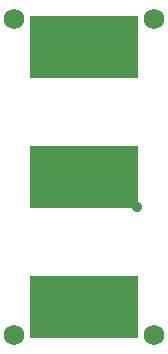
<source format=gbs>
G04*
G04 #@! TF.GenerationSoftware,Altium Limited,Altium Designer,22.4.2 (48)*
G04*
G04 Layer_Color=16711935*
%FSLAX44Y44*%
%MOMM*%
G71*
G04*
G04 #@! TF.SameCoordinates,9B9F8FC9-ABE2-414B-8338-F90C526896C9*
G04*
G04*
G04 #@! TF.FilePolarity,Negative*
G04*
G01*
G75*
%ADD25C,1.7272*%
%ADD31R,9.2540X5.2540*%
%ADD32C,0.9032*%
D25*
X134000Y284000D02*
D03*
X16000D02*
D03*
X134000Y16000D02*
D03*
X16000D02*
D03*
D31*
X75000Y260000D02*
D03*
Y40000D02*
D03*
Y150000D02*
D03*
D32*
X120000Y125000D02*
D03*
X75000Y37340D02*
D03*
Y240030D02*
D03*
X71120Y171450D02*
D03*
M02*

</source>
